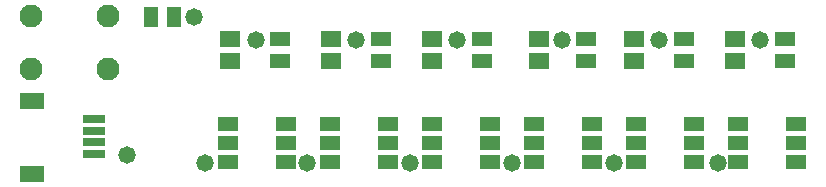
<source format=gts>
G04*
G04 #@! TF.GenerationSoftware,Altium Limited,Altium Designer,20.0.14 (345)*
G04*
G04 Layer_Color=8388736*
%FSLAX25Y25*%
%MOIN*%
G70*
G01*
G75*
%ADD18R,0.04737X0.06509*%
%ADD19R,0.07493X0.03162*%
%ADD20R,0.07887X0.05524*%
%ADD21R,0.06509X0.04737*%
%ADD22R,0.06509X0.05328*%
%ADD23R,0.06706X0.04737*%
%ADD24C,0.07690*%
%ADD25C,0.05800*%
D18*
X46760Y59500D02*
D03*
X54240D02*
D03*
D19*
X27669Y25594D02*
D03*
Y21657D02*
D03*
Y17720D02*
D03*
Y13783D02*
D03*
D20*
X7000Y31500D02*
D03*
Y7091D02*
D03*
D21*
X89645Y44858D02*
D03*
Y52339D02*
D03*
X156987Y44858D02*
D03*
Y52339D02*
D03*
X123316Y44858D02*
D03*
Y52339D02*
D03*
X258000Y44858D02*
D03*
Y52339D02*
D03*
X224329Y44858D02*
D03*
Y52339D02*
D03*
X191500Y44760D02*
D03*
Y52240D02*
D03*
D22*
X73000Y44957D02*
D03*
Y52043D02*
D03*
X140342Y44957D02*
D03*
Y52043D02*
D03*
X106671Y44957D02*
D03*
Y52043D02*
D03*
X241355Y44957D02*
D03*
Y52043D02*
D03*
X207684Y44957D02*
D03*
Y52043D02*
D03*
X176000Y44957D02*
D03*
Y52043D02*
D03*
D23*
X159764Y11201D02*
D03*
Y17500D02*
D03*
Y23799D02*
D03*
X140236Y11201D02*
D03*
Y23799D02*
D03*
Y17500D02*
D03*
X125764Y11201D02*
D03*
Y17500D02*
D03*
Y23799D02*
D03*
X106236Y11201D02*
D03*
Y23799D02*
D03*
Y17500D02*
D03*
X91764Y11201D02*
D03*
Y17500D02*
D03*
Y23799D02*
D03*
X72236Y11201D02*
D03*
Y23799D02*
D03*
Y17500D02*
D03*
X261764Y11201D02*
D03*
Y17500D02*
D03*
Y23799D02*
D03*
X242236Y11201D02*
D03*
Y23799D02*
D03*
Y17500D02*
D03*
X227764Y11201D02*
D03*
Y17500D02*
D03*
Y23799D02*
D03*
X208236Y11201D02*
D03*
Y23799D02*
D03*
Y17500D02*
D03*
X193764Y11201D02*
D03*
Y17500D02*
D03*
Y23799D02*
D03*
X174236Y11201D02*
D03*
Y23799D02*
D03*
Y17500D02*
D03*
D24*
X32295Y42142D02*
D03*
X6705D02*
D03*
X32295Y59858D02*
D03*
X6705D02*
D03*
D25*
X61000Y59500D02*
D03*
X38500Y13500D02*
D03*
X249500Y52000D02*
D03*
X216000D02*
D03*
X183500D02*
D03*
X148500D02*
D03*
X115000D02*
D03*
X81500D02*
D03*
X98500Y11000D02*
D03*
X235500D02*
D03*
X201000D02*
D03*
X167000D02*
D03*
X133000D02*
D03*
X64500D02*
D03*
M02*

</source>
